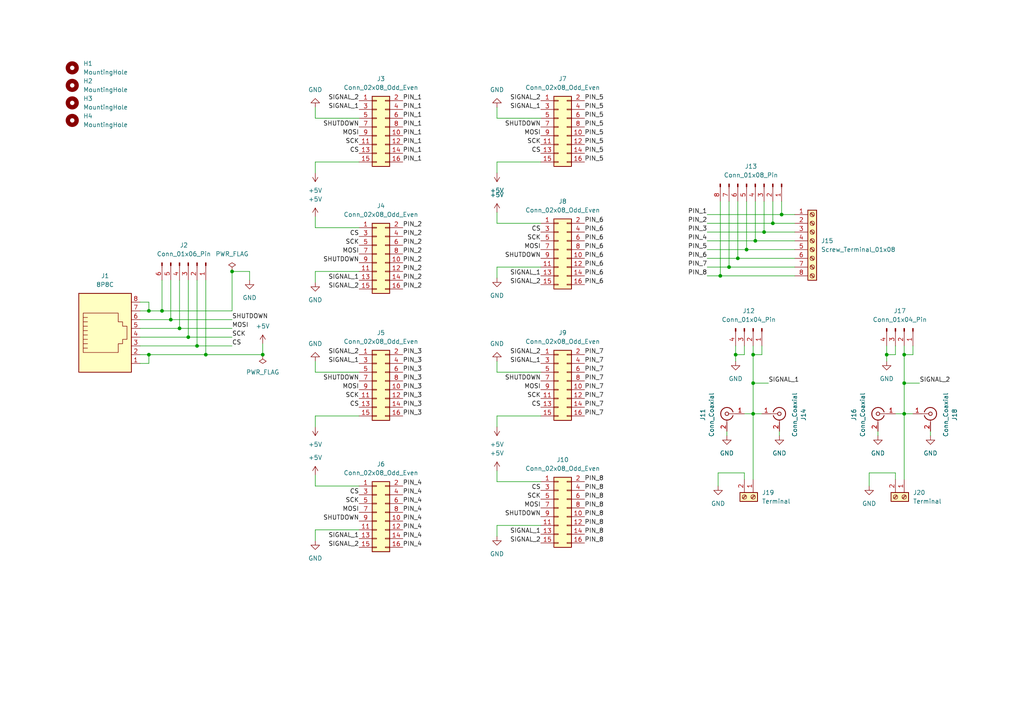
<source format=kicad_sch>
(kicad_sch (version 20230121) (generator eeschema)
  (paper "A4")
  (lib_symbols
    (symbol "Connector:8P8C" (pin_names (offset 1.016))
      (property "Reference" "J" (at -5.08 13.97 0))
      (property "Value" "8P8C" (at 2.54 13.97 0))
      (symbol "8P8C_0_1"
        (polyline (pts (xy -5.08 4.445) (xy -6.35 4.445)))
        (polyline (pts (xy -5.08 5.715) (xy -6.35 5.715)))
        (polyline (pts (xy -6.35 -3.175) (xy -5.08 -3.175) (xy -5.08 -3.175)))
        (polyline (pts (xy -6.35 -1.905) (xy -5.08 -1.905) (xy -5.08 -1.905)))
        (polyline (pts (xy -6.35 -0.635) (xy -5.08 -0.635) (xy -5.08 -0.635)))
        (polyline (pts (xy -6.35 0.635) (xy -5.08 0.635) (xy -5.08 0.635)))
        (polyline (pts (xy -6.35 1.905) (xy -5.08 1.905) (xy -5.08 1.905)))
        (polyline (pts (xy -5.08 3.175) (xy -6.35 3.175) (xy -6.35 3.175)))
        (polyline (pts (xy -6.35 -4.445) (xy -6.35 6.985) (xy 3.81 6.985) (xy 3.81 4.445) (xy 5.08 4.445) (xy 5.08 3.175) (xy 6.35 3.175) (xy 6.35 -0.635) (xy 5.08 -0.635) (xy 5.08 -1.905) (xy 3.81 -1.905) (xy 3.81 -4.445) (xy -6.35 -4.445) (xy -6.35 -4.445)))
        (rectangle (start 7.62 12.7) (end -7.62 -10.16) (stroke (width 0.254)) (fill (type background)))
      )
      (symbol "8P8C_1_1"
        (pin passive line (at 10.16 -7.62 180) (length 2.54) (name "~") (number "1"))
        (pin passive line (at 10.16 -5.08 180) (length 2.54) (name "~") (number "2"))
        (pin passive line (at 10.16 -2.54 180) (length 2.54) (name "~") (number "3"))
        (pin passive line (at 10.16 0 180) (length 2.54) (name "~") (number "4"))
        (pin passive line (at 10.16 2.54 180) (length 2.54) (name "~") (number "5"))
        (pin passive line (at 10.16 5.08 180) (length 2.54) (name "~") (number "6"))
        (pin passive line (at 10.16 7.62 180) (length 2.54) (name "~") (number "7"))
        (pin passive line (at 10.16 10.16 180) (length 2.54) (name "~") (number "8"))
      )
    )
    (symbol "Connector:Conn_01x04_Pin" (pin_names (offset 1.016) hide)
      (property "Reference" "J" (at 0 5.08 0))
      (property "Value" "Conn_01x04_Pin" (at 0 -7.62 0))
      (symbol "Conn_01x04_Pin_1_1"
        (polyline (pts (xy 1.27 -5.08) (xy 0.8636 -5.08)) (stroke (width 0.1524)))
        (polyline (pts (xy 1.27 -2.54) (xy 0.8636 -2.54)) (stroke (width 0.1524)))
        (polyline (pts (xy 1.27 0) (xy 0.8636 0)) (stroke (width 0.1524)))
        (polyline (pts (xy 1.27 2.54) (xy 0.8636 2.54)) (stroke (width 0.1524)))
        (rectangle (start 0.8636 -4.953) (end 0 -5.207) (stroke (width 0.1524)) (fill (type outline)))
        (rectangle (start 0.8636 -2.413) (end 0 -2.667) (stroke (width 0.1524)) (fill (type outline)))
        (rectangle (start 0.8636 0.127) (end 0 -0.127) (stroke (width 0.1524)) (fill (type outline)))
        (rectangle (start 0.8636 2.667) (end 0 2.413) (stroke (width 0.1524)) (fill (type outline)))
        (pin passive line (at 5.08 2.54 180) (length 3.81) (name "Pin_1") (number "1"))
        (pin passive line (at 5.08 0 180) (length 3.81) (name "Pin_2") (number "2"))
        (pin passive line (at 5.08 -2.54 180) (length 3.81) (name "Pin_3") (number "3"))
        (pin passive line (at 5.08 -5.08 180) (length 3.81) (name "Pin_4") (number "4"))
      )
    )
    (symbol "Connector:Conn_01x06_Pin" (pin_names (offset 1.016) hide)
      (property "Reference" "J" (at 0 7.62 0))
      (property "Value" "Conn_01x06_Pin" (at 0 -10.16 0))
      (symbol "Conn_01x06_Pin_1_1"
        (polyline (pts (xy 1.27 -7.62) (xy 0.8636 -7.62)) (stroke (width 0.1524)))
        (polyline (pts (xy 1.27 -5.08) (xy 0.8636 -5.08)) (stroke (width 0.1524)))
        (polyline (pts (xy 1.27 -2.54) (xy 0.8636 -2.54)) (stroke (width 0.1524)))
        (polyline (pts (xy 1.27 0) (xy 0.8636 0)) (stroke (width 0.1524)))
        (polyline (pts (xy 1.27 2.54) (xy 0.8636 2.54)) (stroke (width 0.1524)))
        (polyline (pts (xy 1.27 5.08) (xy 0.8636 5.08)) (stroke (width 0.1524)))
        (rectangle (start 0.8636 -7.493) (end 0 -7.747) (stroke (width 0.1524)) (fill (type outline)))
        (rectangle (start 0.8636 -4.953) (end 0 -5.207) (stroke (width 0.1524)) (fill (type outline)))
        (rectangle (start 0.8636 -2.413) (end 0 -2.667) (stroke (width 0.1524)) (fill (type outline)))
        (rectangle (start 0.8636 0.127) (end 0 -0.127) (stroke (width 0.1524)) (fill (type outline)))
        (rectangle (start 0.8636 2.667) (end 0 2.413) (stroke (width 0.1524)) (fill (type outline)))
        (rectangle (start 0.8636 5.207) (end 0 4.953) (stroke (width 0.1524)) (fill (type outline)))
        (pin passive line (at 5.08 5.08 180) (length 3.81) (name "Pin_1") (number "1"))
        (pin passive line (at 5.08 2.54 180) (length 3.81) (name "Pin_2") (number "2"))
        (pin passive line (at 5.08 0 180) (length 3.81) (name "Pin_3") (number "3"))
        (pin passive line (at 5.08 -2.54 180) (length 3.81) (name "Pin_4") (number "4"))
        (pin passive line (at 5.08 -5.08 180) (length 3.81) (name "Pin_5") (number "5"))
        (pin passive line (at 5.08 -7.62 180) (length 3.81) (name "Pin_6") (number "6"))
      )
    )
    (symbol "Connector:Conn_01x08_Pin" (pin_names (offset 1.016) hide)
      (property "Reference" "J" (at 0 10.16 0))
      (property "Value" "Conn_01x08_Pin" (at 0 -12.7 0))
      (symbol "Conn_01x08_Pin_1_1"
        (polyline (pts (xy 1.27 -10.16) (xy 0.8636 -10.16)) (stroke (width 0.1524)))
        (polyline (pts (xy 1.27 -7.62) (xy 0.8636 -7.62)) (stroke (width 0.1524)))
        (polyline (pts (xy 1.27 -5.08) (xy 0.8636 -5.08)) (stroke (width 0.1524)))
        (polyline (pts (xy 1.27 -2.54) (xy 0.8636 -2.54)) (stroke (width 0.1524)))
        (polyline (pts (xy 1.27 0) (xy 0.8636 0)) (stroke (width 0.1524)))
        (polyline (pts (xy 1.27 2.54) (xy 0.8636 2.54)) (stroke (width 0.1524)))
        (polyline (pts (xy 1.27 5.08) (xy 0.8636 5.08)) (stroke (width 0.1524)))
        (polyline (pts (xy 1.27 7.62) (xy 0.8636 7.62)) (stroke (width 0.1524)))
        (rectangle (start 0.8636 -10.033) (end 0 -10.287) (stroke (width 0.1524)) (fill (type outline)))
        (rectangle (start 0.8636 -7.493) (end 0 -7.747) (stroke (width 0.1524)) (fill (type outline)))
        (rectangle (start 0.8636 -4.953) (end 0 -5.207) (stroke (width 0.1524)) (fill (type outline)))
        (rectangle (start 0.8636 -2.413) (end 0 -2.667) (stroke (width 0.1524)) (fill (type outline)))
        (rectangle (start 0.8636 0.127) (end 0 -0.127) (stroke (width 0.1524)) (fill (type outline)))
        (rectangle (start 0.8636 2.667) (end 0 2.413) (stroke (width 0.1524)) (fill (type outline)))
        (rectangle (start 0.8636 5.207) (end 0 4.953) (stroke (width 0.1524)) (fill (type outline)))
        (rectangle (start 0.8636 7.747) (end 0 7.493) (stroke (width 0.1524)) (fill (type outline)))
        (pin passive line (at 5.08 7.62 180) (length 3.81) (name "Pin_1") (number "1"))
        (pin passive line (at 5.08 5.08 180) (length 3.81) (name "Pin_2") (number "2"))
        (pin passive line (at 5.08 2.54 180) (length 3.81) (name "Pin_3") (number "3"))
        (pin passive line (at 5.08 0 180) (length 3.81) (name "Pin_4") (number "4"))
        (pin passive line (at 5.08 -2.54 180) (length 3.81) (name "Pin_5") (number "5"))
        (pin passive line (at 5.08 -5.08 180) (length 3.81) (name "Pin_6") (number "6"))
        (pin passive line (at 5.08 -7.62 180) (length 3.81) (name "Pin_7") (number "7"))
        (pin passive line (at 5.08 -10.16 180) (length 3.81) (name "Pin_8") (number "8"))
      )
    )
    (symbol "Connector:Conn_Coaxial" (pin_names (offset 1.016) hide)
      (property "Reference" "J" (at 0.254 3.048 0))
      (property "Value" "Conn_Coaxial" (at 2.921 0 90))
      (symbol "Conn_Coaxial_0_1"
        (arc (start -1.778 -0.508) (mid 0.2311 -1.8066) (end 1.778 0) (stroke (width 0.254)))
        (polyline (pts (xy -2.54 0) (xy -0.508 0)))
        (polyline (pts (xy 0 -2.54) (xy 0 -1.778)))
        (circle (center 0 0) (radius 0.508) (stroke (width 0.2032)))
        (arc (start 1.778 0) (mid 0.2099 1.8101) (end -1.778 0.508) (stroke (width 0.254)))
      )
      (symbol "Conn_Coaxial_1_1"
        (pin passive line (at -5.08 0 0) (length 2.54) (name "In") (number "1"))
        (pin passive line (at 0 -5.08 90) (length 2.54) (name "Ext") (number "2"))
      )
    )
    (symbol "Connector:Screw_Terminal_01x02" (pin_names (offset 1.016) hide)
      (property "Reference" "J" (at 0 2.54 0))
      (property "Value" "Screw_Terminal_01x02" (at 0 -5.08 0))
      (symbol "Screw_Terminal_01x02_1_1"
        (rectangle (start -1.27 1.27) (end 1.27 -3.81) (stroke (width 0.254)) (fill (type background)))
        (circle (center 0 -2.54) (radius 0.635) (stroke (width 0.1524)))
        (polyline (pts (xy -0.5334 -2.2098) (xy 0.3302 -3.048)) (stroke (width 0.1524)))
        (polyline (pts (xy -0.5334 0.3302) (xy 0.3302 -0.508)) (stroke (width 0.1524)))
        (polyline (pts (xy -0.3556 -2.032) (xy 0.508 -2.8702)) (stroke (width 0.1524)))
        (polyline (pts (xy -0.3556 0.508) (xy 0.508 -0.3302)) (stroke (width 0.1524)))
        (circle (center 0 0) (radius 0.635) (stroke (width 0.1524)))
        (pin passive line (at -5.08 0 0) (length 3.81) (name "Pin_1") (number "1"))
        (pin passive line (at -5.08 -2.54 0) (length 3.81) (name "Pin_2") (number "2"))
      )
    )
    (symbol "Connector:Screw_Terminal_01x08" (pin_names (offset 1.016) hide)
      (property "Reference" "J" (at 0 10.16 0))
      (property "Value" "Screw_Terminal_01x08" (at 0 -12.7 0))
      (symbol "Screw_Terminal_01x08_1_1"
        (rectangle (start -1.27 8.89) (end 1.27 -11.43) (stroke (width 0.254)) (fill (type background)))
        (circle (center 0 -10.16) (radius 0.635) (stroke (width 0.1524)))
        (circle (center 0 -7.62) (radius 0.635) (stroke (width 0.1524)))
        (circle (center 0 -5.08) (radius 0.635) (stroke (width 0.1524)))
        (circle (center 0 -2.54) (radius 0.635) (stroke (width 0.1524)))
        (polyline (pts (xy -0.5334 -9.8298) (xy 0.3302 -10.668)) (stroke (width 0.1524)))
        (polyline (pts (xy -0.5334 -7.2898) (xy 0.3302 -8.128)) (stroke (width 0.1524)))
        (polyline (pts (xy -0.5334 -4.7498) (xy 0.3302 -5.588)) (stroke (width 0.1524)))
        (polyline (pts (xy -0.5334 -2.2098) (xy 0.3302 -3.048)) (stroke (width 0.1524)))
        (polyline (pts (xy -0.5334 0.3302) (xy 0.3302 -0.508)) (stroke (width 0.1524)))
        (polyline (pts (xy -0.5334 2.8702) (xy 0.3302 2.032)) (stroke (width 0.1524)))
        (polyline (pts (xy -0.5334 5.4102) (xy 0.3302 4.572)) (stroke (width 0.1524)))
        (polyline (pts (xy -0.5334 7.9502) (xy 0.3302 7.112)) (stroke (width 0.1524)))
        (polyline (pts (xy -0.3556 -9.652) (xy 0.508 -10.4902)) (stroke (width 0.1524)))
        (polyline (pts (xy -0.3556 -7.112) (xy 0.508 -7.9502)) (stroke (width 0.1524)))
        (polyline (pts (xy -0.3556 -4.572) (xy 0.508 -5.4102)) (stroke (width 0.1524)))
        (polyline (pts (xy -0.3556 -2.032) (xy 0.508 -2.8702)) (stroke (width 0.1524)))
        (polyline (pts (xy -0.3556 0.508) (xy 0.508 -0.3302)) (stroke (width 0.1524)))
        (polyline (pts (xy -0.3556 3.048) (xy 0.508 2.2098)) (stroke (width 0.1524)))
        (polyline (pts (xy -0.3556 5.588) (xy 0.508 4.7498)) (stroke (width 0.1524)))
        (polyline (pts (xy -0.3556 8.128) (xy 0.508 7.2898)) (stroke (width 0.1524)))
        (circle (center 0 0) (radius 0.635) (stroke (width 0.1524)))
        (circle (center 0 2.54) (radius 0.635) (stroke (width 0.1524)))
        (circle (center 0 5.08) (radius 0.635) (stroke (width 0.1524)))
        (circle (center 0 7.62) (radius 0.635) (stroke (width 0.1524)))
        (pin passive line (at -5.08 7.62 0) (length 3.81) (name "Pin_1") (number "1"))
        (pin passive line (at -5.08 5.08 0) (length 3.81) (name "Pin_2") (number "2"))
        (pin passive line (at -5.08 2.54 0) (length 3.81) (name "Pin_3") (number "3"))
        (pin passive line (at -5.08 0 0) (length 3.81) (name "Pin_4") (number "4"))
        (pin passive line (at -5.08 -2.54 0) (length 3.81) (name "Pin_5") (number "5"))
        (pin passive line (at -5.08 -5.08 0) (length 3.81) (name "Pin_6") (number "6"))
        (pin passive line (at -5.08 -7.62 0) (length 3.81) (name "Pin_7") (number "7"))
        (pin passive line (at -5.08 -10.16 0) (length 3.81) (name "Pin_8") (number "8"))
      )
    )
    (symbol "Connector_Generic:Conn_02x08_Odd_Even" (pin_names (offset 1.016) hide)
      (property "Reference" "J" (at 1.27 10.16 0))
      (property "Value" "Conn_02x08_Odd_Even" (at 1.27 -12.7 0))
      (symbol "Conn_02x08_Odd_Even_1_1"
        (rectangle (start -1.27 -10.033) (end 0 -10.287) (stroke (width 0.1524)))
        (rectangle (start -1.27 -7.493) (end 0 -7.747) (stroke (width 0.1524)))
        (rectangle (start -1.27 -4.953) (end 0 -5.207) (stroke (width 0.1524)))
        (rectangle (start -1.27 -2.413) (end 0 -2.667) (stroke (width 0.1524)))
        (rectangle (start -1.27 0.127) (end 0 -0.127) (stroke (width 0.1524)))
        (rectangle (start -1.27 2.667) (end 0 2.413) (stroke (width 0.1524)))
        (rectangle (start -1.27 5.207) (end 0 4.953) (stroke (width 0.1524)))
        (rectangle (start -1.27 7.747) (end 0 7.493) (stroke (width 0.1524)))
        (rectangle (start -1.27 8.89) (end 3.81 -11.43) (stroke (width 0.254)) (fill (type background)))
        (rectangle (start 3.81 -10.033) (end 2.54 -10.287) (stroke (width 0.1524)))
        (rectangle (start 3.81 -7.493) (end 2.54 -7.747) (stroke (width 0.1524)))
        (rectangle (start 3.81 -4.953) (end 2.54 -5.207) (stroke (width 0.1524)))
        (rectangle (start 3.81 -2.413) (end 2.54 -2.667) (stroke (width 0.1524)))
        (rectangle (start 3.81 0.127) (end 2.54 -0.127) (stroke (width 0.1524)))
        (rectangle (start 3.81 2.667) (end 2.54 2.413) (stroke (width 0.1524)))
        (rectangle (start 3.81 5.207) (end 2.54 4.953) (stroke (width 0.1524)))
        (rectangle (start 3.81 7.747) (end 2.54 7.493) (stroke (width 0.1524)))
        (pin passive line (at -5.08 7.62 0) (length 3.81) (name "Pin_1") (number "1"))
        (pin passive line (at 7.62 -2.54 180) (length 3.81) (name "Pin_10") (number "10"))
        (pin passive line (at -5.08 -5.08 0) (length 3.81) (name "Pin_11") (number "11"))
        (pin passive line (at 7.62 -5.08 180) (length 3.81) (name "Pin_12") (number "12"))
        (pin passive line (at -5.08 -7.62 0) (length 3.81) (name "Pin_13") (number "13"))
        (pin passive line (at 7.62 -7.62 180) (length 3.81) (name "Pin_14") (number "14"))
        (pin passive line (at -5.08 -10.16 0) (length 3.81) (name "Pin_15") (number "15"))
        (pin passive line (at 7.62 -10.16 180) (length 3.81) (name "Pin_16") (number "16"))
        (pin passive line (at 7.62 7.62 180) (length 3.81) (name "Pin_2") (number "2"))
        (pin passive line (at -5.08 5.08 0) (length 3.81) (name "Pin_3") (number "3"))
        (pin passive line (at 7.62 5.08 180) (length 3.81) (name "Pin_4") (number "4"))
        (pin passive line (at -5.08 2.54 0) (length 3.81) (name "Pin_5") (number "5"))
        (pin passive line (at 7.62 2.54 180) (length 3.81) (name "Pin_6") (number "6"))
        (pin passive line (at -5.08 0 0) (length 3.81) (name "Pin_7") (number "7"))
        (pin passive line (at 7.62 0 180) (length 3.81) (name "Pin_8") (number "8"))
        (pin passive line (at -5.08 -2.54 0) (length 3.81) (name "Pin_9") (number "9"))
      )
    )
    (symbol "Mechanical:MountingHole" (pin_names (offset 1.016))
      (property "Reference" "H" (at 0 5.08 0))
      (property "Value" "MountingHole" (at 0 3.175 0))
      (symbol "MountingHole_0_1"
        (circle (center 0 0) (radius 1.27) (stroke (width 1.27)))
      )
    )
    (symbol "power:+5V" (power) (pin_names (offset 0))
      (property "Value" "+5V" (at 0 3.556 0))
      (symbol "+5V_0_1"
        (polyline (pts (xy -0.762 1.27) (xy 0 2.54)))
        (polyline (pts (xy 0 0) (xy 0 2.54)))
        (polyline (pts (xy 0 2.54) (xy 0.762 1.27)))
      )
      (symbol "+5V_1_1"
        (pin power_in line (at 0 0 90) (length 0) hide (name "+5V") (number "1"))
      )
    )
    (symbol "power:GND" (power) (pin_names (offset 0))
      (property "Value" "GND" (at 0 -3.81 0))
      (symbol "GND_0_1"
        (polyline (pts (xy 0 0) (xy 0 -1.27) (xy 1.27 -1.27) (xy 0 -2.54) (xy -1.27 -1.27) (xy 0 -1.27)))
      )
      (symbol "GND_1_1"
        (pin power_in line (at 0 0 270) (length 0) hide (name "GND") (number "1"))
      )
    )
    (symbol "power:PWR_FLAG" (power) (pin_numbers hide) (pin_names (offset 0) hide)
      (property "Value" "PWR_FLAG" (at 0 3.81 0))
      (symbol "PWR_FLAG_0_0"
        (pin power_out line (at 0 0 90) (length 0) (name "pwr") (number "1"))
      )
      (symbol "PWR_FLAG_0_1"
        (polyline (pts (xy 0 0) (xy 0 1.27) (xy -1.016 1.905) (xy 0 2.54) (xy 1.016 1.905) (xy 0 1.27)))
      )
    )
  )
  (junction (at 59.69 102.87))
  (junction (at 54.61 97.79))
  (junction (at 76.2 102.87))
  (junction (at 67.31 78.74))
  (junction (at 211.455 77.47))
  (junction (at 49.53 92.71))
  (junction (at 216.535 72.39))
  (junction (at 219.075 69.85))
  (junction (at 218.44 120.015))
  (junction (at 218.44 111.125))
  (junction (at 218.44 102.87))
  (junction (at 208.915 80.01))
  (junction (at 262.255 111.125))
  (junction (at 213.36 102.87))
  (junction (at 43.18 102.87))
  (junction (at 43.18 90.17))
  (junction (at 226.695 62.23))
  (junction (at 262.255 102.87))
  (junction (at 213.995 74.93))
  (junction (at 224.155 64.77))
  (junction (at 52.07 95.25))
  (junction (at 262.255 120.015))
  (junction (at 221.615 67.31))
  (junction (at 46.99 90.17))
  (junction (at 57.15 100.33))
  (junction (at 257.175 102.87))
  (wire (pts (xy 257.175 100.33) (xy 257.175 102.87)))
  (wire (pts (xy 221.615 58.42) (xy 221.615 67.31)))
  (wire (pts (xy 220.98 102.87) (xy 220.98 100.33)))
  (wire (pts (xy 259.715 120.015) (xy 262.255 120.015)))
  (wire (pts (xy 91.44 34.29) (xy 91.44 31.115)))
  (wire (pts (xy 40.64 105.41) (xy 43.18 105.41)))
  (wire (pts (xy 72.39 78.74) (xy 72.39 81.28)))
  (wire (pts (xy 49.53 92.71) (xy 67.31 92.71)))
  (wire (pts (xy 76.2 102.87) (xy 76.2 99.695)))
  (wire (pts (xy 226.06 126.365) (xy 226.06 125.095)))
  (wire (pts (xy 156.845 139.7) (xy 144.145 139.7)))
  (wire (pts (xy 156.845 107.95) (xy 144.145 107.95)))
  (wire (pts (xy 257.175 104.775) (xy 257.175 102.87)))
  (wire (pts (xy 205.105 67.31) (xy 221.615 67.31)))
  (wire (pts (xy 208.915 58.42) (xy 208.915 80.01)))
  (wire (pts (xy 104.14 153.67) (xy 91.44 153.67)))
  (wire (pts (xy 218.44 120.015) (xy 218.44 139.065)))
  (wire (pts (xy 144.145 50.165) (xy 144.145 46.99)))
  (wire (pts (xy 224.155 64.77) (xy 224.155 58.42)))
  (wire (pts (xy 215.9 100.33) (xy 215.9 102.87)))
  (wire (pts (xy 43.18 90.17) (xy 46.99 90.17)))
  (wire (pts (xy 259.715 137.16) (xy 252.095 137.16)))
  (wire (pts (xy 262.255 111.125) (xy 266.7 111.125)))
  (wire (pts (xy 144.145 34.29) (xy 144.145 31.115)))
  (wire (pts (xy 144.145 152.4) (xy 144.145 155.575)))
  (wire (pts (xy 205.105 74.93) (xy 213.995 74.93)))
  (wire (pts (xy 104.14 107.95) (xy 91.44 107.95)))
  (wire (pts (xy 52.07 95.25) (xy 67.31 95.25)))
  (wire (pts (xy 213.995 58.42) (xy 213.995 74.93)))
  (wire (pts (xy 205.105 80.01) (xy 208.915 80.01)))
  (wire (pts (xy 210.82 126.365) (xy 210.82 125.095)))
  (wire (pts (xy 156.845 34.29) (xy 144.145 34.29)))
  (wire (pts (xy 144.145 107.95) (xy 144.145 104.775)))
  (wire (pts (xy 91.44 153.67) (xy 91.44 156.845)))
  (wire (pts (xy 46.99 90.17) (xy 67.31 90.17)))
  (wire (pts (xy 40.64 87.63) (xy 43.18 87.63)))
  (wire (pts (xy 144.145 123.825) (xy 144.145 120.65)))
  (wire (pts (xy 215.9 139.065) (xy 215.9 137.16)))
  (wire (pts (xy 262.255 120.015) (xy 264.795 120.015)))
  (wire (pts (xy 144.145 136.525) (xy 144.145 139.7)))
  (wire (pts (xy 205.105 77.47) (xy 211.455 77.47)))
  (wire (pts (xy 57.15 81.28) (xy 57.15 100.33)))
  (wire (pts (xy 269.875 126.365) (xy 269.875 125.095)))
  (wire (pts (xy 216.535 58.42) (xy 216.535 72.39)))
  (wire (pts (xy 46.99 81.28) (xy 46.99 90.17)))
  (wire (pts (xy 40.64 102.87) (xy 43.18 102.87)))
  (wire (pts (xy 59.69 81.28) (xy 59.69 102.87)))
  (wire (pts (xy 205.105 62.23) (xy 226.695 62.23)))
  (wire (pts (xy 156.845 77.47) (xy 144.145 77.47)))
  (wire (pts (xy 40.64 95.25) (xy 52.07 95.25)))
  (wire (pts (xy 40.64 92.71) (xy 49.53 92.71)))
  (wire (pts (xy 208.915 80.01) (xy 230.505 80.01)))
  (wire (pts (xy 91.44 62.865) (xy 91.44 66.04)))
  (wire (pts (xy 104.14 120.65) (xy 91.44 120.65)))
  (wire (pts (xy 67.31 90.17) (xy 67.31 78.74)))
  (wire (pts (xy 215.9 137.16) (xy 208.28 137.16)))
  (wire (pts (xy 144.145 61.595) (xy 144.145 64.77)))
  (wire (pts (xy 259.715 100.33) (xy 259.715 102.87)))
  (wire (pts (xy 40.64 90.17) (xy 43.18 90.17)))
  (wire (pts (xy 156.845 64.77) (xy 144.145 64.77)))
  (wire (pts (xy 216.535 72.39) (xy 230.505 72.39)))
  (wire (pts (xy 156.845 120.65) (xy 144.145 120.65)))
  (wire (pts (xy 208.28 137.16) (xy 208.28 140.97)))
  (wire (pts (xy 43.18 105.41) (xy 43.18 102.87)))
  (wire (pts (xy 257.175 102.87) (xy 259.715 102.87)))
  (wire (pts (xy 54.61 97.79) (xy 67.31 97.79)))
  (wire (pts (xy 91.44 137.795) (xy 91.44 140.97)))
  (wire (pts (xy 218.44 102.87) (xy 220.98 102.87)))
  (wire (pts (xy 52.07 81.28) (xy 52.07 95.25)))
  (wire (pts (xy 40.64 97.79) (xy 54.61 97.79)))
  (wire (pts (xy 144.145 77.47) (xy 144.145 80.645)))
  (wire (pts (xy 230.505 62.23) (xy 226.695 62.23)))
  (wire (pts (xy 262.255 100.33) (xy 262.255 102.87)))
  (wire (pts (xy 156.845 46.99) (xy 144.145 46.99)))
  (wire (pts (xy 218.44 120.015) (xy 220.98 120.015)))
  (wire (pts (xy 57.15 100.33) (xy 67.31 100.33)))
  (wire (pts (xy 91.44 78.74) (xy 91.44 81.915)))
  (wire (pts (xy 104.14 78.74) (xy 91.44 78.74)))
  (wire (pts (xy 49.53 81.28) (xy 49.53 92.71)))
  (wire (pts (xy 264.795 102.87) (xy 264.795 100.33)))
  (wire (pts (xy 91.44 107.95) (xy 91.44 104.775)))
  (wire (pts (xy 218.44 111.125) (xy 218.44 120.015)))
  (wire (pts (xy 67.31 78.74) (xy 72.39 78.74)))
  (wire (pts (xy 213.995 74.93) (xy 230.505 74.93)))
  (wire (pts (xy 91.44 123.825) (xy 91.44 120.65)))
  (wire (pts (xy 215.9 120.015) (xy 218.44 120.015)))
  (wire (pts (xy 59.69 102.87) (xy 76.2 102.87)))
  (wire (pts (xy 211.455 77.47) (xy 230.505 77.47)))
  (wire (pts (xy 262.255 111.125) (xy 262.255 120.015)))
  (wire (pts (xy 262.255 102.87) (xy 262.255 111.125)))
  (wire (pts (xy 218.44 111.125) (xy 222.885 111.125)))
  (wire (pts (xy 43.18 87.63) (xy 43.18 90.17)))
  (wire (pts (xy 254.635 126.365) (xy 254.635 125.095)))
  (wire (pts (xy 91.44 50.165) (xy 91.44 46.99)))
  (wire (pts (xy 213.36 100.33) (xy 213.36 102.87)))
  (wire (pts (xy 252.095 137.16) (xy 252.095 140.97)))
  (wire (pts (xy 156.845 152.4) (xy 144.145 152.4)))
  (wire (pts (xy 40.64 100.33) (xy 57.15 100.33)))
  (wire (pts (xy 219.075 58.42) (xy 219.075 69.85)))
  (wire (pts (xy 104.14 66.04) (xy 91.44 66.04)))
  (wire (pts (xy 43.18 102.87) (xy 59.69 102.87)))
  (wire (pts (xy 230.505 64.77) (xy 224.155 64.77)))
  (wire (pts (xy 54.61 81.28) (xy 54.61 97.79)))
  (wire (pts (xy 205.105 72.39) (xy 216.535 72.39)))
  (wire (pts (xy 104.14 46.99) (xy 91.44 46.99)))
  (wire (pts (xy 219.075 69.85) (xy 230.505 69.85)))
  (wire (pts (xy 104.14 140.97) (xy 91.44 140.97)))
  (wire (pts (xy 218.44 100.33) (xy 218.44 102.87)))
  (wire (pts (xy 226.695 62.23) (xy 226.695 58.42)))
  (wire (pts (xy 213.36 104.775) (xy 213.36 102.87)))
  (wire (pts (xy 213.36 102.87) (xy 215.9 102.87)))
  (wire (pts (xy 205.105 69.85) (xy 219.075 69.85)))
  (wire (pts (xy 211.455 58.42) (xy 211.455 77.47)))
  (wire (pts (xy 104.14 34.29) (xy 91.44 34.29)))
  (wire (pts (xy 262.255 120.015) (xy 262.255 139.065)))
  (wire (pts (xy 262.255 102.87) (xy 264.795 102.87)))
  (wire (pts (xy 259.715 139.065) (xy 259.715 137.16)))
  (wire (pts (xy 218.44 102.87) (xy 218.44 111.125)))
  (wire (pts (xy 205.105 64.77) (xy 224.155 64.77)))
  (wire (pts (xy 221.615 67.31) (xy 230.505 67.31)))
  (label "CS" (at 104.14 118.11 180))
  (label "PIN_5" (at 169.545 29.21 0))
  (label "SIGNAL_2" (at 156.845 82.55 180))
  (label "MOSI" (at 156.845 113.03 180))
  (label "PIN_5" (at 169.545 36.83 0))
  (label "MOSI" (at 104.14 148.59 180))
  (label "SIGNAL_1" (at 222.885 111.125 0))
  (label "PIN_1" (at 116.84 29.21 0))
  (label "MOSI" (at 104.14 113.03 180))
  (label "SCK" (at 104.14 115.57 180))
  (label "PIN_1" (at 116.84 31.75 0))
  (label "PIN_8" (at 169.545 157.48 0))
  (label "PIN_3" (at 116.84 115.57 0))
  (label "MOSI" (at 67.31 95.25 0))
  (label "PIN_7" (at 169.545 107.95 0))
  (label "PIN_3" (at 116.84 113.03 0))
  (label "PIN_4" (at 116.84 151.13 0))
  (label "PIN_1" (at 116.84 46.99 0))
  (label "SHUTDOWN" (at 104.14 36.83 180))
  (label "PIN_2" (at 116.84 76.2 0))
  (label "PIN_3" (at 116.84 102.87 0))
  (label "PIN_3" (at 116.84 110.49 0))
  (label "PIN_4" (at 116.84 148.59 0))
  (label "PIN_6" (at 169.545 74.93 0))
  (label "PIN_6" (at 169.545 77.47 0))
  (label "PIN_2" (at 205.105 64.77 180))
  (label "SIGNAL_2" (at 266.7 111.125 0))
  (label "MOSI" (at 156.845 39.37 180))
  (label "PIN_4" (at 116.84 140.97 0))
  (label "SCK" (at 67.31 97.79 0))
  (label "SCK" (at 156.845 41.91 180))
  (label "PIN_8" (at 169.545 154.94 0))
  (label "PIN_4" (at 116.84 158.75 0))
  (label "SIGNAL_1" (at 156.845 80.01 180))
  (label "PIN_6" (at 169.545 72.39 0))
  (label "PIN_4" (at 116.84 146.05 0))
  (label "SCK" (at 104.14 41.91 180))
  (label "SCK" (at 156.845 144.78 180))
  (label "PIN_3" (at 116.84 105.41 0))
  (label "PIN_2" (at 116.84 83.82 0))
  (label "SIGNAL_1" (at 156.845 105.41 180))
  (label "PIN_7" (at 169.545 118.11 0))
  (label "PIN_7" (at 205.105 77.47 180))
  (label "PIN_7" (at 169.545 110.49 0))
  (label "PIN_2" (at 116.84 73.66 0))
  (label "CS" (at 156.845 142.24 180))
  (label "PIN_7" (at 169.545 120.65 0))
  (label "PIN_2" (at 116.84 81.28 0))
  (label "PIN_3" (at 205.105 67.31 180))
  (label "MOSI" (at 104.14 73.66 180))
  (label "PIN_6" (at 169.545 69.85 0))
  (label "PIN_4" (at 205.105 69.85 180))
  (label "PIN_1" (at 116.84 36.83 0))
  (label "PIN_2" (at 116.84 66.04 0))
  (label "CS" (at 104.14 143.51 180))
  (label "CS" (at 156.845 118.11 180))
  (label "SIGNAL_1" (at 104.14 105.41 180))
  (label "PIN_1" (at 116.84 39.37 0))
  (label "PIN_6" (at 205.105 74.93 180))
  (label "SHUTDOWN" (at 156.845 74.93 180))
  (label "CS" (at 156.845 44.45 180))
  (label "PIN_6" (at 169.545 82.55 0))
  (label "PIN_5" (at 169.545 39.37 0))
  (label "PIN_7" (at 169.545 113.03 0))
  (label "PIN_7" (at 169.545 115.57 0))
  (label "SIGNAL_2" (at 104.14 83.82 180))
  (label "CS" (at 67.31 100.33 0))
  (label "SIGNAL_2" (at 104.14 102.87 180))
  (label "SIGNAL_1" (at 104.14 31.75 180))
  (label "PIN_8" (at 169.545 147.32 0))
  (label "PIN_5" (at 169.545 41.91 0))
  (label "SHUTDOWN" (at 156.845 110.49 180))
  (label "SCK" (at 104.14 146.05 180))
  (label "PIN_8" (at 205.105 80.01 180))
  (label "PIN_8" (at 169.545 139.7 0))
  (label "CS" (at 104.14 44.45 180))
  (label "SIGNAL_1" (at 156.845 31.75 180))
  (label "PIN_5" (at 169.545 31.75 0))
  (label "CS" (at 156.845 67.31 180))
  (label "SHUTDOWN" (at 104.14 110.49 180))
  (label "PIN_8" (at 169.545 142.24 0))
  (label "SIGNAL_2" (at 104.14 158.75 180))
  (label "PIN_7" (at 169.545 102.87 0))
  (label "MOSI" (at 104.14 39.37 180))
  (label "PIN_2" (at 116.84 71.12 0))
  (label "PIN_6" (at 169.545 64.77 0))
  (label "PIN_1" (at 116.84 34.29 0))
  (label "PIN_7" (at 169.545 105.41 0))
  (label "PIN_1" (at 116.84 41.91 0))
  (label "MOSI" (at 156.845 72.39 180))
  (label "PIN_8" (at 169.545 144.78 0))
  (label "PIN_8" (at 169.545 149.86 0))
  (label "SHUTDOWN" (at 104.14 151.13 180))
  (label "PIN_2" (at 116.84 68.58 0))
  (label "PIN_5" (at 169.545 34.29 0))
  (label "PIN_4" (at 116.84 143.51 0))
  (label "PIN_5" (at 169.545 44.45 0))
  (label "PIN_3" (at 116.84 118.11 0))
  (label "SIGNAL_1" (at 156.845 154.94 180))
  (label "SHUTDOWN" (at 156.845 149.86 180))
  (label "PIN_5" (at 169.545 46.99 0))
  (label "PIN_3" (at 116.84 120.65 0))
  (label "SIGNAL_1" (at 104.14 156.21 180))
  (label "MOSI" (at 156.845 147.32 180))
  (label "PIN_4" (at 116.84 153.67 0))
  (label "PIN_6" (at 169.545 67.31 0))
  (label "SHUTDOWN" (at 156.845 36.83 180))
  (label "PIN_2" (at 116.84 78.74 0))
  (label "PIN_1" (at 205.105 62.23 180))
  (label "SHUTDOWN" (at 104.14 76.2 180))
  (label "PIN_1" (at 116.84 44.45 0))
  (label "SCK" (at 156.845 115.57 180))
  (label "PIN_4" (at 116.84 156.21 0))
  (label "PIN_3" (at 116.84 107.95 0))
  (label "SIGNAL_2" (at 156.845 157.48 180))
  (label "SIGNAL_2" (at 156.845 29.21 180))
  (label "SIGNAL_2" (at 156.845 102.87 180))
  (label "SCK" (at 104.14 71.12 180))
  (label "PIN_6" (at 169.545 80.01 0))
  (label "SHUTDOWN" (at 67.31 92.71 0))
  (label "SIGNAL_2" (at 104.14 29.21 180))
  (label "SCK" (at 156.845 69.85 180))
  (label "SIGNAL_1" (at 104.14 81.28 180))
  (label "PIN_8" (at 169.545 152.4 0))
  (label "CS" (at 104.14 68.58 180))
  (label "PIN_5" (at 205.105 72.39 180))
  (symbol (lib_id "Connector:Conn_01x04_Pin") (at 262.255 95.25 270) (unit 1)
    (property "Reference" "J17" (at 260.985 90.17 90))
    (property "Value" "Conn_01x04_Pin" (at 260.985 92.71 90))
    (property "Footprint" "Connector_PinSocket_2.54mm:PinSocket_1x04_P2.54mm_Vertical" (effects hide))
  )
  (symbol (lib_id "power:PWR_FLAG") (at 67.31 78.74 0) (unit 1)
    (property "Reference" "#FLG01" (effects hide))
    (property "Value" "PWR_FLAG" (at 67.31 73.66 0))
  )
  (symbol (lib_id "Connector_Generic:Conn_02x08_Odd_Even") (at 109.22 36.83 0) (unit 1)
    (property "Reference" "J3" (at 110.49 22.86 0))
    (property "Value" "Conn_02x08_Odd_Even" (at 110.49 25.4 0))
    (property "Footprint" "Connector_PinSocket_2.54mm:PinSocket_2x08_P2.54mm_Vertical" (effects hide))
  )
  (symbol (lib_id "power:+5V") (at 144.145 123.825 0) (mirror x) (unit 1)
    (property "Reference" "#PWR015" (effects hide))
    (property "Value" "+5V" (at 144.145 128.905 0))
  )
  (symbol (lib_id "Connector_Generic:Conn_02x08_Odd_Even") (at 109.22 73.66 0) (unit 1)
    (property "Reference" "J4" (at 110.49 59.69 0))
    (property "Value" "Conn_02x08_Odd_Even" (at 110.49 62.23 0))
    (property "Footprint" "Connector_PinSocket_2.54mm:PinSocket_2x08_P2.54mm_Vertical" (effects hide))
  )
  (symbol (lib_id "power:GND") (at 91.44 31.115 0) (mirror x) (unit 1)
    (property "Reference" "#PWR04" (effects hide))
    (property "Value" "GND" (at 91.44 26.035 0))
  )
  (symbol (lib_id "power:GND") (at 144.145 155.575 0) (unit 1)
    (property "Reference" "#PWR018" (effects hide))
    (property "Value" "GND" (at 144.145 160.655 0))
  )
  (symbol (lib_id "Connector_Generic:Conn_02x08_Odd_Even") (at 109.22 110.49 0) (unit 1)
    (property "Reference" "J5" (at 110.49 96.52 0))
    (property "Value" "Conn_02x08_Odd_Even" (at 110.49 99.06 0))
    (property "Footprint" "Connector_PinSocket_2.54mm:PinSocket_2x08_P2.54mm_Vertical" (effects hide))
  )
  (symbol (lib_id "Connector:Conn_01x06_Pin") (at 54.61 76.2 270) (unit 1)
    (property "Reference" "J2" (at 53.34 71.12 90))
    (property "Value" "Conn_01x06_Pin" (at 53.34 73.66 90))
    (property "Footprint" "Connector_PinSocket_2.54mm:PinSocket_1x06_P2.54mm_Vertical" (effects hide))
  )
  (symbol (lib_id "power:GND") (at 208.28 140.97 0) (unit 1)
    (property "Reference" "#PWR026" (effects hide))
    (property "Value" "GND" (at 208.28 146.05 0))
  )
  (symbol (lib_id "power:GND") (at 213.36 104.775 0) (unit 1)
    (property "Reference" "#PWR020" (effects hide))
    (property "Value" "GND" (at 213.36 109.855 0))
  )
  (symbol (lib_id "power:+5V") (at 91.44 123.825 0) (mirror x) (unit 1)
    (property "Reference" "#PWR07" (effects hide))
    (property "Value" "+5V" (at 91.44 128.905 0))
  )
  (symbol (lib_id "power:GND") (at 144.145 80.645 0) (unit 1)
    (property "Reference" "#PWR014" (effects hide))
    (property "Value" "GND" (at 144.145 85.725 0))
  )
  (symbol (lib_id "Connector:Conn_01x04_Pin") (at 218.44 95.25 270) (unit 1)
    (property "Reference" "J12" (at 217.17 90.17 90))
    (property "Value" "Conn_01x04_Pin" (at 217.17 92.71 90))
    (property "Footprint" "Connector_PinSocket_2.54mm:PinSocket_1x04_P2.54mm_Vertical" (effects hide))
  )
  (symbol (lib_id "power:GND") (at 257.175 104.775 0) (unit 1)
    (property "Reference" "#PWR023" (effects hide))
    (property "Value" "GND" (at 257.175 109.855 0))
  )
  (symbol (lib_id "power:GND") (at 72.39 81.28 0) (unit 1)
    (property "Reference" "#PWR01" (effects hide))
    (property "Value" "GND" (at 72.39 86.36 0))
  )
  (symbol (lib_id "power:GND") (at 91.44 104.775 0) (mirror x) (unit 1)
    (property "Reference" "#PWR08" (effects hide))
    (property "Value" "GND" (at 91.44 99.695 0))
  )
  (symbol (lib_id "Connector_Generic:Conn_02x08_Odd_Even") (at 161.925 36.83 0) (unit 1)
    (property "Reference" "J7" (at 163.195 22.86 0))
    (property "Value" "Conn_02x08_Odd_Even" (at 163.195 25.4 0))
    (property "Footprint" "Connector_PinSocket_2.54mm:PinSocket_2x08_P2.54mm_Vertical" (effects hide))
  )
  (symbol (lib_id "Connector_Generic:Conn_02x08_Odd_Even") (at 161.925 147.32 0) (unit 1)
    (property "Reference" "J10" (at 163.195 133.35 0))
    (property "Value" "Conn_02x08_Odd_Even" (at 163.195 135.89 0))
    (property "Footprint" "Connector_PinSocket_2.54mm:PinSocket_2x08_P2.54mm_Vertical" (effects hide))
  )
  (symbol (lib_id "Mechanical:MountingHole") (at 20.955 19.685 0) (unit 1)
    (property "Reference" "H1" (at 24.13 18.415 0) (effects (justify left)))
    (property "Value" "MountingHole" (at 24.13 20.955 0) (effects (justify left)))
    (property "Footprint" "MountingHole:MountingHole_3.2mm_M3" (effects hide))
  )
  (symbol (lib_id "power:PWR_FLAG") (at 76.2 102.87 180) (unit 1)
    (property "Reference" "#FLG02" (effects hide))
    (property "Value" "PWR_FLAG" (at 76.2 107.95 0))
  )
  (symbol (lib_id "power:+5V") (at 91.44 62.865 0) (unit 1)
    (property "Reference" "#PWR05" (effects hide))
    (property "Value" "+5V" (at 91.44 57.785 0))
  )
  (symbol (lib_id "power:GND") (at 144.145 104.775 0) (mirror x) (unit 1)
    (property "Reference" "#PWR016" (effects hide))
    (property "Value" "GND" (at 144.145 99.695 0))
  )
  (symbol (lib_id "power:GND") (at 91.44 81.915 0) (unit 1)
    (property "Reference" "#PWR06" (effects hide))
    (property "Value" "GND" (at 91.44 86.995 0))
  )
  (symbol (lib_id "Connector:8P8C") (at 30.48 97.79 0) (unit 1)
    (property "Reference" "J1" (at 30.48 80.01 0))
    (property "Value" "8P8C" (at 30.48 82.55 0))
    (property "Footprint" "Library:RJ45_Amphenol_54602-x08_Horizontal_Custom" (effects hide))
  )
  (symbol (lib_id "power:+5V") (at 76.2 99.695 0) (unit 1)
    (property "Reference" "#PWR02" (effects hide))
    (property "Value" "+5V" (at 76.2 94.615 0))
  )
  (symbol (lib_id "Connector:Conn_Coaxial") (at 226.06 120.015 0) (unit 1)
    (property "Reference" "J14" (at 233.045 120.3082 90))
    (property "Value" "Conn_Coaxial" (at 230.505 120.3082 90))
    (property "Footprint" "Library:BNC_Connector" (effects hide))
    (property "Datasheet" " ~" (effects hide))
  )
  (symbol (lib_id "Connector:Conn_Coaxial") (at 254.635 120.015 0) (mirror y) (unit 1)
    (property "Reference" "J16" (at 247.65 120.3082 90))
    (property "Value" "Conn_Coaxial" (at 250.19 120.3082 90))
    (property "Footprint" "Library:BNC_Connector" (effects hide))
    (property "Datasheet" " ~" (effects hide))
  )
  (symbol (lib_id "Mechanical:MountingHole") (at 20.955 34.925 0) (unit 1)
    (property "Reference" "H4" (at 24.13 33.655 0) (effects (justify left)))
    (property "Value" "MountingHole" (at 24.13 36.195 0) (effects (justify left)))
    (property "Footprint" "MountingHole:MountingHole_3.2mm_M3" (effects hide))
  )
  (symbol (lib_id "Connector_Generic:Conn_02x08_Odd_Even") (at 109.22 148.59 0) (unit 1)
    (property "Reference" "J6" (at 110.49 134.62 0))
    (property "Value" "Conn_02x08_Odd_Even" (at 110.49 137.16 0))
    (property "Footprint" "Connector_PinSocket_2.54mm:PinSocket_2x08_P2.54mm_Vertical" (effects hide))
  )
  (symbol (lib_id "power:GND") (at 91.44 156.845 0) (unit 1)
    (property "Reference" "#PWR010" (effects hide))
    (property "Value" "GND" (at 91.44 161.925 0))
  )
  (symbol (lib_id "Connector:Conn_Coaxial") (at 210.82 120.015 0) (mirror y) (unit 1)
    (property "Reference" "J11" (at 203.835 120.3082 90))
    (property "Value" "Conn_Coaxial" (at 206.375 120.3082 90))
    (property "Footprint" "Library:BNC_Connector" (effects hide))
    (property "Datasheet" " ~" (effects hide))
  )
  (symbol (lib_id "power:GND") (at 210.82 126.365 0) (unit 1)
    (property "Reference" "#PWR019" (effects hide))
    (property "Value" "GND" (at 210.82 131.445 0))
  )
  (symbol (lib_id "power:+5V") (at 144.145 136.525 0) (unit 1)
    (property "Reference" "#PWR017" (effects hide))
    (property "Value" "+5V" (at 144.145 131.445 0))
  )
  (symbol (lib_id "power:+5V") (at 91.44 50.165 0) (mirror x) (unit 1)
    (property "Reference" "#PWR03" (effects hide))
    (property "Value" "+5V" (at 91.44 55.245 0))
  )
  (symbol (lib_id "Connector:Conn_Coaxial") (at 269.875 120.015 0) (unit 1)
    (property "Reference" "J18" (at 276.86 120.3082 90))
    (property "Value" "Conn_Coaxial" (at 274.32 120.3082 90))
    (property "Footprint" "Library:BNC_Connector" (effects hide))
    (property "Datasheet" " ~" (effects hide))
  )
  (symbol (lib_id "Mechanical:MountingHole") (at 20.955 24.765 0) (unit 1)
    (property "Reference" "H2" (at 24.13 23.495 0) (effects (justify left)))
    (property "Value" "MountingHole" (at 24.13 26.035 0) (effects (justify left)))
    (property "Footprint" "MountingHole:MountingHole_3.2mm_M3" (effects hide))
  )
  (symbol (lib_id "power:+5V") (at 91.44 137.795 0) (unit 1)
    (property "Reference" "#PWR09" (effects hide))
    (property "Value" "+5V" (at 91.44 132.715 0))
  )
  (symbol (lib_id "Connector_Generic:Conn_02x08_Odd_Even") (at 161.925 110.49 0) (unit 1)
    (property "Reference" "J9" (at 163.195 96.52 0))
    (property "Value" "Conn_02x08_Odd_Even" (at 163.195 99.06 0))
    (property "Footprint" "Connector_PinSocket_2.54mm:PinSocket_2x08_P2.54mm_Vertical" (effects hide))
  )
  (symbol (lib_id "Connector:Screw_Terminal_01x08") (at 235.585 69.85 0) (unit 1)
    (property "Reference" "J15" (at 238.125 69.85 0) (effects (justify left)))
    (property "Value" "Screw_Terminal_01x08" (at 238.125 72.39 0) (effects (justify left)))
    (property "Footprint" "Library:ScrewConnector8" (effects hide))
  )
  (symbol (lib_id "power:GND") (at 144.145 31.115 0) (mirror x) (unit 1)
    (property "Reference" "#PWR012" (effects hide))
    (property "Value" "GND" (at 144.145 26.035 0))
  )
  (symbol (lib_id "power:+5V") (at 144.145 50.165 0) (mirror x) (unit 1)
    (property "Reference" "#PWR011" (effects hide))
    (property "Value" "+5V" (at 144.145 55.245 0))
  )
  (symbol (lib_id "power:GND") (at 269.875 126.365 0) (unit 1)
    (property "Reference" "#PWR024" (effects hide))
    (property "Value" "GND" (at 269.875 131.445 0))
  )
  (symbol (lib_id "Connector:Screw_Terminal_01x02") (at 262.255 144.145 270) (unit 1)
    (property "Reference" "J20" (at 264.795 142.875 90) (effects (justify left)))
    (property "Value" "Terminal" (at 264.795 145.415 90) (effects (justify left)))
    (property "Footprint" "TerminalBlock_MetzConnect:TerminalBlock_MetzConnect_Type055_RT01502HDWU_1x02_P5.00mm_Horizontal" (effects hide))
  )
  (symbol (lib_id "Connector:Screw_Terminal_01x02") (at 218.44 144.145 270) (unit 1)
    (property "Reference" "J19" (at 220.98 142.875 90) (effects (justify left)))
    (property "Value" "Terminal" (at 220.98 145.415 90) (effects (justify left)))
    (property "Footprint" "TerminalBlock_MetzConnect:TerminalBlock_MetzConnect_Type055_RT01502HDWU_1x02_P5.00mm_Horizontal" (effects hide))
  )
  (symbol (lib_id "power:GND") (at 254.635 126.365 0) (unit 1)
    (property "Reference" "#PWR022" (effects hide))
    (property "Value" "GND" (at 254.635 131.445 0))
  )
  (symbol (lib_id "Connector_Generic:Conn_02x08_Odd_Even") (at 161.925 72.39 0) (unit 1)
    (property "Reference" "J8" (at 163.195 58.42 0))
    (property "Value" "Conn_02x08_Odd_Even" (at 163.195 60.96 0))
    (property "Footprint" "Connector_PinSocket_2.54mm:PinSocket_2x08_P2.54mm_Vertical" (effects hide))
  )
  (symbol (lib_id "power:GND") (at 226.06 126.365 0) (unit 1)
    (property "Reference" "#PWR021" (effects hide))
    (property "Value" "GND" (at 226.06 131.445 0))
  )
  (symbol (lib_id "Connector:Conn_01x08_Pin") (at 219.075 53.34 270) (unit 1)
    (property "Reference" "J13" (at 217.805 48.26 90))
    (property "Value" "Conn_01x08_Pin" (at 217.805 50.8 90))
    (property "Footprint" "Connector_PinSocket_2.54mm:PinSocket_1x08_P2.54mm_Vertical" (effects hide))
  )
  (symbol (lib_id "power:GND") (at 252.095 140.97 0) (unit 1)
    (property "Reference" "#PWR025" (effects hide))
    (property "Value" "GND" (at 252.095 146.05 0))
  )
  (symbol (lib_id "power:+5V") (at 144.145 61.595 0) (unit 1)
    (property "Reference" "#PWR013" (effects hide))
    (property "Value" "+5V" (at 144.145 56.515 0))
  )
  (symbol (lib_id "Mechanical:MountingHole") (at 20.955 29.845 0) (unit 1)
    (property "Reference" "H3" (at 24.13 28.575 0) (effects (justify left)))
    (property "Value" "MountingHole" (at 24.13 31.115 0) (effects (justify left)))
    (property "Footprint" "MountingHole:MountingHole_3.2mm_M3" (effects hide))
  )
)
</source>
